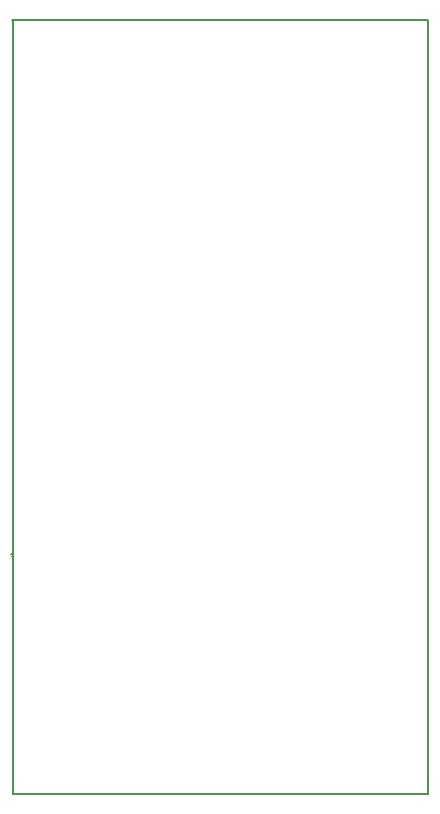
<source format=gbr>
G04 #@! TF.FileFunction,Profile,NP*
%FSLAX46Y46*%
G04 Gerber Fmt 4.6, Leading zero omitted, Abs format (unit mm)*
G04 Created by KiCad (PCBNEW 4.0.2-stable) date 10.07.2016 14:54:09*
%MOMM*%
G01*
G04 APERTURE LIST*
%ADD10C,0.100000*%
%ADD11C,0.150000*%
G04 APERTURE END LIST*
D10*
D11*
X132969000Y-129921000D02*
X132842000Y-129921000D01*
X132969000Y-150177500D02*
X132969000Y-129921000D01*
X168148000Y-150177500D02*
X132969000Y-150177500D01*
X168148000Y-129857500D02*
X168148000Y-150177500D01*
X168084500Y-84709000D02*
X168084500Y-84836000D01*
X132905500Y-84709000D02*
X168084500Y-84709000D01*
X132969000Y-130048000D02*
X132905500Y-130048000D01*
X132969000Y-84645500D02*
X132969000Y-130048000D01*
X168148000Y-84709000D02*
X168148000Y-129857500D01*
M02*

</source>
